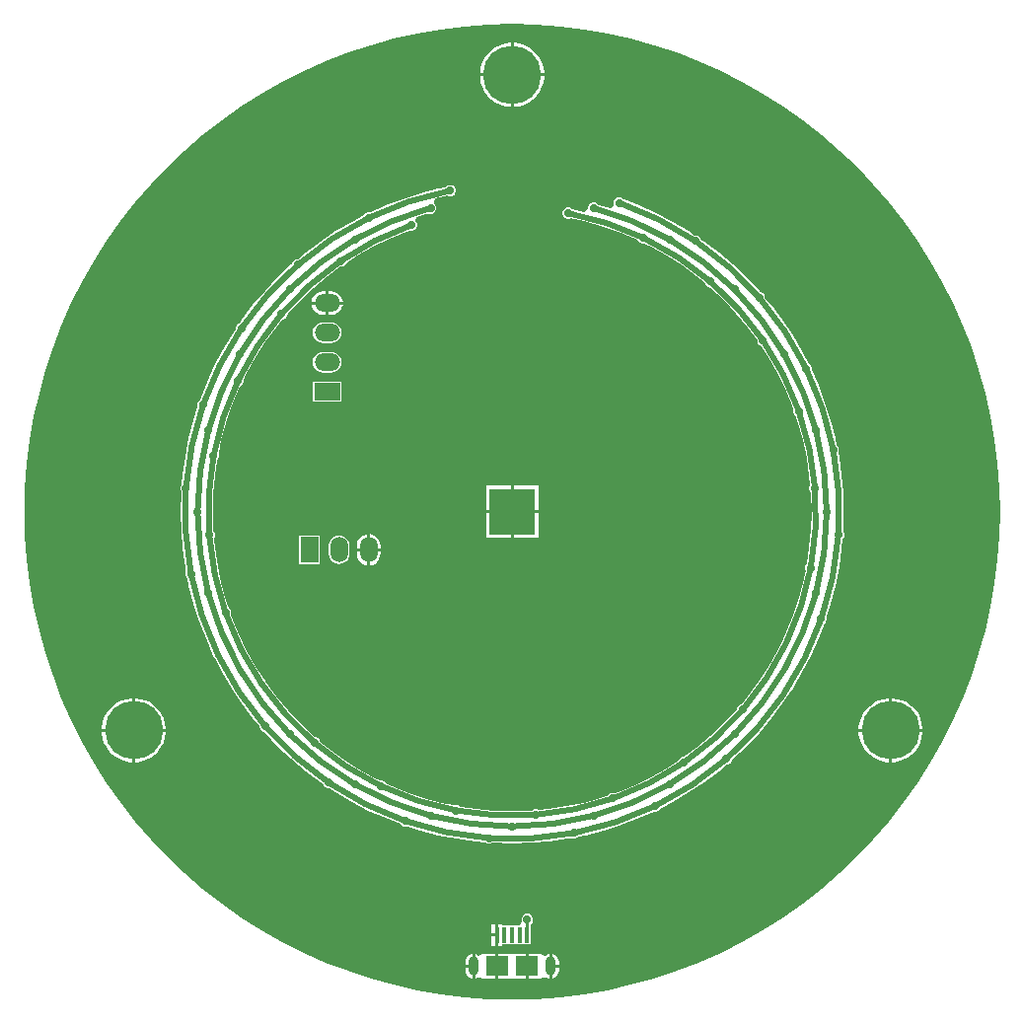
<source format=gbr>
%TF.GenerationSoftware,Altium Limited,Altium Designer,21.6.4 (81)*%
G04 Layer_Physical_Order=2*
G04 Layer_Color=16776960*
%FSLAX45Y45*%
%MOMM*%
%TF.SameCoordinates,213DF370-AA75-4346-93E6-04E6A5F56B15*%
%TF.FilePolarity,Positive*%
%TF.FileFunction,Copper,L2,Bot,Signal*%
%TF.Part,Single*%
G01*
G75*
%TA.AperFunction,Conductor*%
%ADD46C,0.50000*%
%TA.AperFunction,ComponentPad*%
G04:AMPARAMS|DCode=47|XSize=0.9mm|YSize=1.6mm|CornerRadius=0.45mm|HoleSize=0mm|Usage=FLASHONLY|Rotation=180.000|XOffset=0mm|YOffset=0mm|HoleType=Round|Shape=RoundedRectangle|*
%AMROUNDEDRECTD47*
21,1,0.90000,0.70000,0,0,180.0*
21,1,0.00000,1.60000,0,0,180.0*
1,1,0.90000,0.00000,0.35000*
1,1,0.90000,0.00000,0.35000*
1,1,0.90000,0.00000,-0.35000*
1,1,0.90000,0.00000,-0.35000*
%
%ADD47ROUNDEDRECTD47*%
%ADD48R,1.50000X2.20000*%
%ADD49O,1.50000X2.20000*%
%ADD50R,4.00000X4.00000*%
%ADD51O,2.20000X1.50000*%
%ADD52R,2.20000X1.50000*%
%ADD53C,5.00000*%
%TA.AperFunction,ViaPad*%
%ADD54C,0.72000*%
%TA.AperFunction,ConnectorPad*%
%ADD55R,1.90000X1.65100*%
%ADD56R,0.40000X1.35000*%
%TA.AperFunction,Conductor*%
%ADD57C,0.25400*%
G36*
X205398Y4180979D02*
X410302Y4165864D01*
X614217Y4140714D01*
X816652Y4105588D01*
X1017120Y4060571D01*
X1215138Y4005772D01*
X1410228Y3941323D01*
X1601921Y3867379D01*
X1789755Y3784118D01*
X1973276Y3691741D01*
X2152045Y3590470D01*
X2325629Y3480549D01*
X2493610Y3362243D01*
X2655583Y3235838D01*
X2811160Y3101637D01*
X2959964Y2959964D01*
X3101637Y2811160D01*
X3235838Y2655583D01*
X3362243Y2493610D01*
X3480549Y2325629D01*
X3590470Y2152045D01*
X3691741Y1973276D01*
X3784118Y1789755D01*
X3867379Y1601921D01*
X3941323Y1410228D01*
X4005772Y1215138D01*
X4060571Y1017120D01*
X4105588Y816652D01*
X4140714Y614217D01*
X4165864Y410302D01*
X4180979Y205398D01*
X4186021Y0D01*
X4180979Y-205398D01*
X4165864Y-410302D01*
X4140714Y-614217D01*
X4105588Y-816652D01*
X4060571Y-1017120D01*
X4005772Y-1215138D01*
X3941323Y-1410228D01*
X3867379Y-1601921D01*
X3784118Y-1789755D01*
X3691741Y-1973276D01*
X3590470Y-2152045D01*
X3480549Y-2325629D01*
X3362243Y-2493610D01*
X3235838Y-2655583D01*
X3101637Y-2811160D01*
X2959964Y-2959964D01*
X2811160Y-3101637D01*
X2655583Y-3235838D01*
X2493610Y-3362243D01*
X2325629Y-3480549D01*
X2152045Y-3590470D01*
X1973276Y-3691741D01*
X1789755Y-3784118D01*
X1601921Y-3867379D01*
X1410228Y-3941323D01*
X1215138Y-4005772D01*
X1017120Y-4060571D01*
X816652Y-4105588D01*
X614217Y-4140714D01*
X410302Y-4165864D01*
X205398Y-4180979D01*
X0Y-4186021D01*
X-205398Y-4180979D01*
X-410302Y-4165864D01*
X-614217Y-4140714D01*
X-816652Y-4105588D01*
X-1017120Y-4060571D01*
X-1215138Y-4005772D01*
X-1410228Y-3941323D01*
X-1601921Y-3867379D01*
X-1789755Y-3784118D01*
X-1973276Y-3691741D01*
X-2152045Y-3590470D01*
X-2325629Y-3480549D01*
X-2493610Y-3362243D01*
X-2655583Y-3235838D01*
X-2811160Y-3101637D01*
X-2959964Y-2959964D01*
X-3101637Y-2811160D01*
X-3235838Y-2655583D01*
X-3362243Y-2493610D01*
X-3480549Y-2325629D01*
X-3590470Y-2152045D01*
X-3691741Y-1973276D01*
X-3784118Y-1789755D01*
X-3867379Y-1601921D01*
X-3941323Y-1410228D01*
X-4005772Y-1215138D01*
X-4060571Y-1017120D01*
X-4105588Y-816652D01*
X-4140714Y-614217D01*
X-4165864Y-410302D01*
X-4180979Y-205398D01*
X-4186021Y0D01*
X-4180979Y205398D01*
X-4165864Y410302D01*
X-4140714Y614217D01*
X-4105588Y816652D01*
X-4060571Y1017120D01*
X-4005772Y1215138D01*
X-3941323Y1410228D01*
X-3867379Y1601921D01*
X-3784118Y1789755D01*
X-3691741Y1973276D01*
X-3590470Y2152045D01*
X-3480549Y2325629D01*
X-3362243Y2493610D01*
X-3235838Y2655583D01*
X-3101637Y2811160D01*
X-2959964Y2959964D01*
X-2811160Y3101637D01*
X-2655583Y3235838D01*
X-2493610Y3362243D01*
X-2325629Y3480549D01*
X-2152045Y3590470D01*
X-1973276Y3691741D01*
X-1789755Y3784118D01*
X-1601921Y3867379D01*
X-1410228Y3941323D01*
X-1215138Y4005772D01*
X-1017120Y4060571D01*
X-816652Y4105588D01*
X-614217Y4140714D01*
X-410302Y4165864D01*
X-205398Y4180979D01*
X0Y4186021D01*
X205398Y4180979D01*
D02*
G37*
%LPC*%
G36*
X21675Y4025397D02*
X12700D01*
Y3762698D01*
X275400D01*
Y3771671D01*
X268619Y3814486D01*
X255223Y3855713D01*
X235543Y3894338D01*
X210063Y3929408D01*
X179411Y3960060D01*
X144341Y3985540D01*
X105717Y4005220D01*
X64490Y4018615D01*
X21675Y4025397D01*
D02*
G37*
G36*
X-12700D02*
X-21675D01*
X-64490Y4018615D01*
X-105717Y4005220D01*
X-144341Y3985540D01*
X-179411Y3960060D01*
X-210063Y3929408D01*
X-235543Y3894338D01*
X-255223Y3855713D01*
X-268619Y3814486D01*
X-275400Y3771671D01*
Y3762698D01*
X-12700D01*
Y4025397D01*
D02*
G37*
G36*
X275400Y3737298D02*
X12700D01*
Y3474597D01*
X21675D01*
X64490Y3481378D01*
X105717Y3494773D01*
X144341Y3514453D01*
X179411Y3539933D01*
X210063Y3570585D01*
X235543Y3605655D01*
X255223Y3644280D01*
X268619Y3685507D01*
X275400Y3728322D01*
Y3737298D01*
D02*
G37*
G36*
X-12700D02*
X-275400D01*
Y3728322D01*
X-268619Y3685507D01*
X-255223Y3644280D01*
X-235543Y3605655D01*
X-210063Y3570585D01*
X-179411Y3539933D01*
X-144341Y3514453D01*
X-105717Y3494773D01*
X-64490Y3481378D01*
X-21675Y3474597D01*
X-12700D01*
Y3737298D01*
D02*
G37*
G36*
X-521820Y2805053D02*
X-541194D01*
X-559093Y2797639D01*
X-569436Y2787296D01*
X-633283Y2774596D01*
X-787860Y2734723D01*
X-939958Y2686245D01*
X-1089098Y2629315D01*
X-1215327Y2572831D01*
X-1217106Y2573568D01*
X-1236480D01*
X-1254380Y2566154D01*
X-1268079Y2552455D01*
X-1270993Y2545421D01*
X-1376640Y2490842D01*
X-1514137Y2409735D01*
X-1646870Y2321046D01*
X-1774421Y2225053D01*
X-1839596Y2170018D01*
X-1848162D01*
X-1866062Y2162604D01*
X-1879761Y2148904D01*
X-1887175Y2131005D01*
Y2129841D01*
X-1896389Y2122061D01*
X-2012391Y2012391D01*
X-2122061Y1896389D01*
X-2225053Y1774421D01*
X-2321046Y1646870D01*
X-2338941Y1620087D01*
X-2352455Y1614489D01*
X-2366154Y1600790D01*
X-2373568Y1582891D01*
Y1568264D01*
X-2409735Y1514137D01*
X-2490842Y1376640D01*
X-2564112Y1234812D01*
X-2629315Y1089098D01*
X-2678632Y959901D01*
X-2680412Y959163D01*
X-2694111Y945464D01*
X-2701525Y927565D01*
Y908191D01*
X-2698612Y901157D01*
X-2734723Y787860D01*
X-2774596Y633283D01*
X-2805740Y476714D01*
X-2828055Y318645D01*
X-2835225Y233647D01*
X-2841286Y227586D01*
X-2848700Y209687D01*
Y190313D01*
X-2841286Y172414D01*
X-2840459Y171588D01*
X-2841473Y159574D01*
X-2845950Y0D01*
X-2841473Y-159574D01*
X-2828055Y-318645D01*
X-2805740Y-476714D01*
X-2799455Y-508307D01*
X-2805053Y-521820D01*
Y-541194D01*
X-2797639Y-559093D01*
X-2787296Y-569436D01*
X-2774596Y-633283D01*
X-2734723Y-787860D01*
X-2686245Y-939958D01*
X-2629315Y-1089098D01*
X-2564112Y-1234812D01*
X-2559550Y-1243644D01*
X-2543336Y-1275028D01*
X-2490842Y-1376640D01*
X-2409735Y-1514137D01*
X-2321046Y-1646870D01*
X-2225053Y-1774421D01*
X-2170018Y-1839596D01*
Y-1848162D01*
X-2162604Y-1866062D01*
X-2148904Y-1879761D01*
X-2131005Y-1887175D01*
X-2129841D01*
X-2122061Y-1896389D01*
X-2012391Y-2012391D01*
X-1896389Y-2122061D01*
X-1774421Y-2225053D01*
X-1646870Y-2321046D01*
X-1620087Y-2338941D01*
X-1614489Y-2352455D01*
X-1600790Y-2366154D01*
X-1582891Y-2373568D01*
X-1568264D01*
X-1514137Y-2409735D01*
X-1376640Y-2490842D01*
X-1234812Y-2564112D01*
X-1089098Y-2629315D01*
X-959901Y-2678632D01*
X-959163Y-2680412D01*
X-945464Y-2694111D01*
X-927565Y-2701525D01*
X-908191D01*
X-901157Y-2698612D01*
X-787860Y-2734723D01*
X-633283Y-2774596D01*
X-476714Y-2805740D01*
X-318645Y-2828055D01*
X-233644Y-2835225D01*
X-227586Y-2841283D01*
X-209687Y-2848697D01*
X-190313D01*
X-172414Y-2841283D01*
X-171591Y-2840459D01*
X-159574Y-2841473D01*
X0Y-2845950D01*
X159574Y-2841473D01*
X318645Y-2828055D01*
X476714Y-2805740D01*
X508307Y-2799455D01*
X521820Y-2805053D01*
X541194D01*
X559093Y-2797639D01*
X569436Y-2787296D01*
X633283Y-2774596D01*
X787860Y-2734723D01*
X939958Y-2686245D01*
X1089098Y-2629315D01*
X1215327Y-2572831D01*
X1217106Y-2573568D01*
X1236480D01*
X1254380Y-2566154D01*
X1268079Y-2552455D01*
X1270993Y-2545421D01*
X1376640Y-2490842D01*
X1514137Y-2409735D01*
X1646870Y-2321046D01*
X1774421Y-2225053D01*
X1839596Y-2170018D01*
X1848162D01*
X1866062Y-2162604D01*
X1879761Y-2148904D01*
X1887175Y-2131005D01*
Y-2129841D01*
X1896389Y-2122061D01*
X2012391Y-2012391D01*
X2122061Y-1896389D01*
X2225053Y-1774421D01*
X2321046Y-1646870D01*
X2356132Y-1594359D01*
X2409735Y-1514137D01*
X2490842Y-1376640D01*
X2564112Y-1234812D01*
X2629315Y-1089098D01*
X2678632Y-959901D01*
X2680412Y-959163D01*
X2694111Y-945464D01*
X2701525Y-927565D01*
Y-908191D01*
X2698612Y-901157D01*
X2734723Y-787860D01*
X2774596Y-633283D01*
X2805740Y-476714D01*
X2828055Y-318645D01*
X2835225Y-233647D01*
X2841286Y-227586D01*
X2848700Y-209687D01*
Y-190313D01*
X2841286Y-172414D01*
X2840459Y-171588D01*
X2841473Y-159574D01*
X2845950Y0D01*
X2841473Y159574D01*
X2828055Y318645D01*
X2805740Y476714D01*
X2799455Y508307D01*
X2805053Y521820D01*
Y541194D01*
X2797639Y559093D01*
X2787296Y569436D01*
X2774596Y633283D01*
X2734723Y787860D01*
X2686245Y939958D01*
X2629315Y1089098D01*
X2572831Y1215327D01*
X2573568Y1217106D01*
Y1236480D01*
X2566154Y1254380D01*
X2552455Y1268079D01*
X2545421Y1270993D01*
X2490842Y1376640D01*
X2409735Y1514137D01*
X2321046Y1646870D01*
X2225053Y1774421D01*
X2170018Y1839596D01*
Y1848162D01*
X2162604Y1866062D01*
X2148904Y1879761D01*
X2131005Y1887175D01*
X2129841D01*
X2122061Y1896389D01*
X2012391Y2012391D01*
X1896389Y2122061D01*
X1774421Y2225053D01*
X1646870Y2321046D01*
X1620087Y2338941D01*
X1614489Y2352455D01*
X1600790Y2366154D01*
X1582891Y2373568D01*
X1568264D01*
X1514137Y2409735D01*
X1376640Y2490842D01*
X1234812Y2564112D01*
X1089098Y2629315D01*
X959901Y2678632D01*
X959164Y2680412D01*
X945464Y2694111D01*
X927565Y2701525D01*
X908191D01*
X890292Y2694111D01*
X876592Y2680412D01*
X869178Y2662513D01*
Y2643138D01*
X872394Y2635375D01*
X851346Y2606589D01*
X847419Y2603688D01*
X814845Y2614929D01*
X739842Y2635838D01*
X726397Y2649282D01*
X708498Y2656696D01*
X689124D01*
X671225Y2649282D01*
X657525Y2635583D01*
X650111Y2617684D01*
Y2604567D01*
X646503Y2597048D01*
X638800Y2588833D01*
X619497Y2572659D01*
X517156Y2594628D01*
X507330Y2604454D01*
X489431Y2611869D01*
X470056D01*
X452157Y2604454D01*
X438458Y2590755D01*
X431044Y2572856D01*
Y2553482D01*
X438458Y2535582D01*
X452157Y2521883D01*
X470056Y2514469D01*
X489431D01*
X501665Y2519536D01*
X615013Y2495205D01*
X764547Y2453519D01*
X911292Y2402881D01*
X1054712Y2343474D01*
X1083223Y2329592D01*
X1085507Y2324077D01*
X1099207Y2310378D01*
X1117106Y2302964D01*
X1136480D01*
X1137254Y2303284D01*
X1194283Y2275517D01*
X1329497Y2199256D01*
X1459859Y2114971D01*
X1584894Y2022968D01*
X1648436Y1970012D01*
X1655768Y1952311D01*
X1669468Y1938612D01*
X1687367Y1931198D01*
X1695010D01*
X1704146Y1923584D01*
X1817180Y1817180D01*
X1923584Y1704146D01*
X2022968Y1584894D01*
X2102964Y1476177D01*
Y1463517D01*
X2110378Y1445618D01*
X2124077Y1431919D01*
X2136312Y1426851D01*
X2199256Y1329497D01*
X2275517Y1194283D01*
X2343474Y1054712D01*
X2402881Y911292D01*
X2413225Y881316D01*
X2410941Y875802D01*
Y856428D01*
X2418355Y838528D01*
X2432054Y824829D01*
X2432828Y824509D01*
X2453519Y764547D01*
X2495205Y615013D01*
X2527786Y463234D01*
X2551144Y309765D01*
X2558630Y227382D01*
X2551300Y209688D01*
Y190314D01*
X2558715Y172414D01*
X2564116Y167013D01*
X2565192Y155166D01*
X2569881Y0D01*
X2565192Y-155166D01*
X2551144Y-309765D01*
X2530834Y-443205D01*
X2521882Y-452157D01*
X2514468Y-470056D01*
Y-489431D01*
X2519536Y-501666D01*
X2495205Y-615013D01*
X2453519Y-764547D01*
X2402881Y-911292D01*
X2343474Y-1054712D01*
X2316566Y-1109976D01*
D01*
X2299931Y-1144142D01*
X2275517Y-1194283D01*
X2199256Y-1329497D01*
X2114971Y-1459859D01*
X2022968Y-1584894D01*
X1970012Y-1648436D01*
X1952311Y-1655768D01*
X1938611Y-1669468D01*
X1931197Y-1687367D01*
Y-1695011D01*
X1923584Y-1704146D01*
X1817180Y-1817180D01*
X1704146Y-1923584D01*
X1584894Y-2022968D01*
X1476177Y-2102964D01*
X1463517D01*
X1445618Y-2110378D01*
X1431918Y-2124077D01*
X1426850Y-2136312D01*
X1329497Y-2199256D01*
X1194283Y-2275517D01*
X1054712Y-2343474D01*
X911292Y-2402881D01*
X881316Y-2413225D01*
X875801Y-2410940D01*
X856427D01*
X838528Y-2418355D01*
X824829Y-2432054D01*
X824508Y-2432828D01*
X764547Y-2453519D01*
X615013Y-2495205D01*
X463234Y-2527786D01*
X309765Y-2551144D01*
X227388Y-2558629D01*
X209687Y-2551297D01*
X190313D01*
X172414Y-2558712D01*
X167009Y-2564116D01*
X155166Y-2565192D01*
X0Y-2569881D01*
X-155166Y-2565192D01*
X-309765Y-2551144D01*
X-443206Y-2530834D01*
X-452157Y-2521883D01*
X-470056Y-2514468D01*
X-489431D01*
X-501665Y-2519536D01*
X-615013Y-2495205D01*
X-764547Y-2453519D01*
X-911292Y-2402881D01*
X-1054712Y-2343474D01*
X-1083223Y-2329592D01*
X-1085507Y-2324077D01*
X-1099207Y-2310378D01*
X-1117106Y-2302964D01*
X-1136480D01*
X-1137254Y-2303284D01*
X-1194283Y-2275517D01*
X-1329497Y-2199256D01*
X-1459859Y-2114971D01*
X-1584894Y-2022968D01*
X-1648436Y-1970013D01*
X-1655768Y-1952311D01*
X-1669468Y-1938611D01*
X-1687367Y-1931197D01*
X-1695011D01*
X-1704146Y-1923584D01*
X-1817180Y-1817180D01*
X-1923584Y-1704146D01*
X-2022968Y-1584894D01*
X-2114971Y-1459859D01*
X-2120249Y-1451695D01*
X-2199256Y-1329497D01*
X-2275517Y-1194283D01*
X-2343474Y-1054712D01*
X-2402881Y-911292D01*
X-2413225Y-881316D01*
X-2410940Y-875801D01*
Y-856427D01*
X-2418355Y-838528D01*
X-2432054Y-824828D01*
X-2432828Y-824508D01*
X-2453519Y-764547D01*
X-2495205Y-615013D01*
X-2527786Y-463234D01*
X-2551144Y-309765D01*
X-2558630Y-227382D01*
X-2551301Y-209687D01*
Y-190313D01*
X-2558715Y-172414D01*
X-2564116Y-167013D01*
X-2565192Y-155166D01*
X-2569881Y0D01*
X-2565192Y155166D01*
X-2551144Y309765D01*
X-2530834Y443206D01*
X-2521883Y452157D01*
X-2514469Y470056D01*
Y489431D01*
X-2519536Y501665D01*
X-2495205Y615013D01*
X-2453519Y764547D01*
X-2402881Y911292D01*
X-2343474Y1054712D01*
X-2329592Y1083224D01*
X-2324078Y1085508D01*
X-2310378Y1099207D01*
X-2302964Y1117106D01*
Y1136481D01*
X-2303284Y1137254D01*
X-2275517Y1194283D01*
X-2199256Y1329497D01*
X-2114971Y1459859D01*
X-2022968Y1584894D01*
X-1970012Y1648437D01*
X-1952311Y1655769D01*
X-1938612Y1669468D01*
X-1931198Y1687367D01*
Y1695010D01*
X-1923584Y1704146D01*
X-1817180Y1817180D01*
X-1704146Y1923584D01*
X-1584894Y2022968D01*
X-1476177Y2102964D01*
X-1463517D01*
X-1445618Y2110378D01*
X-1431919Y2124078D01*
X-1426851Y2136312D01*
X-1329497Y2199256D01*
X-1194283Y2275517D01*
X-1054712Y2343474D01*
X-911292Y2402881D01*
X-881316Y2413225D01*
X-875802Y2410941D01*
X-856428D01*
X-838528Y2418355D01*
X-824829Y2432055D01*
X-817415Y2449954D01*
Y2469328D01*
X-824829Y2487227D01*
X-826944Y2489342D01*
X-821162Y2529968D01*
X-819900Y2532078D01*
X-792025Y2541697D01*
X-716702Y2562695D01*
X-708498Y2559297D01*
X-689124D01*
X-671224Y2566711D01*
X-657525Y2580410D01*
X-650111Y2598310D01*
Y2617684D01*
X-657525Y2635583D01*
X-669470Y2647528D01*
X-669664Y2659981D01*
X-665554Y2688173D01*
X-662767Y2688950D01*
X-552951Y2712523D01*
X-541194Y2707653D01*
X-521820D01*
X-503921Y2715067D01*
X-490222Y2728767D01*
X-482807Y2746666D01*
Y2766040D01*
X-490222Y2783939D01*
X-503921Y2797639D01*
X-521820Y2805053D01*
D02*
G37*
G36*
X-1552499Y1894506D02*
X-1574800D01*
Y1805941D01*
X-1452905D01*
X-1454684Y1819450D01*
X-1464800Y1843873D01*
X-1480893Y1864846D01*
X-1501866Y1880939D01*
X-1526290Y1891056D01*
X-1552499Y1894506D01*
D02*
G37*
G36*
X-1600200D02*
X-1622500D01*
X-1648709Y1891056D01*
X-1673133Y1880939D01*
X-1694106Y1864846D01*
X-1710199Y1843873D01*
X-1720315Y1819450D01*
X-1722094Y1805941D01*
X-1600200D01*
Y1894506D01*
D02*
G37*
G36*
X-1452905Y1780541D02*
X-1574800D01*
Y1691974D01*
X-1552499D01*
X-1526290Y1695424D01*
X-1501866Y1705541D01*
X-1480893Y1721634D01*
X-1464800Y1742607D01*
X-1454684Y1767030D01*
X-1452905Y1780541D01*
D02*
G37*
G36*
X-1600200D02*
X-1722094D01*
X-1720315Y1767030D01*
X-1710199Y1742607D01*
X-1694106Y1721634D01*
X-1673133Y1705541D01*
X-1648709Y1695424D01*
X-1622500Y1691974D01*
X-1600200D01*
Y1780541D01*
D02*
G37*
G36*
X-1552500Y1627697D02*
X-1622500D01*
X-1645394Y1624683D01*
X-1666728Y1615846D01*
X-1685048Y1601789D01*
X-1699106Y1583469D01*
X-1707943Y1562135D01*
X-1710957Y1539241D01*
X-1707943Y1516346D01*
X-1699106Y1495012D01*
X-1685048Y1476692D01*
X-1666728Y1462635D01*
X-1645394Y1453798D01*
X-1622500Y1450784D01*
X-1552500D01*
X-1529606Y1453798D01*
X-1508272Y1462635D01*
X-1489952Y1476692D01*
X-1475894Y1495012D01*
X-1467057Y1516346D01*
X-1464043Y1539241D01*
X-1467057Y1562135D01*
X-1475894Y1583469D01*
X-1489952Y1601789D01*
X-1508272Y1615846D01*
X-1529606Y1624683D01*
X-1552500Y1627697D01*
D02*
G37*
G36*
Y1373697D02*
X-1622500D01*
X-1645394Y1370683D01*
X-1666728Y1361846D01*
X-1685048Y1347788D01*
X-1699106Y1329468D01*
X-1707943Y1308134D01*
X-1710957Y1285240D01*
X-1707943Y1262346D01*
X-1699106Y1241012D01*
X-1685048Y1222692D01*
X-1666728Y1208634D01*
X-1645394Y1199797D01*
X-1622500Y1196783D01*
X-1552500D01*
X-1529606Y1199797D01*
X-1508272Y1208634D01*
X-1489952Y1222692D01*
X-1475894Y1241012D01*
X-1467057Y1262346D01*
X-1464043Y1285240D01*
X-1467057Y1308134D01*
X-1475894Y1329468D01*
X-1489952Y1347788D01*
X-1508272Y1361846D01*
X-1529606Y1370683D01*
X-1552500Y1373697D01*
D02*
G37*
G36*
X-1464800Y1118940D02*
X-1710200D01*
Y943540D01*
X-1464800D01*
Y1118940D01*
D02*
G37*
G36*
X225400Y225400D02*
X12700D01*
Y12700D01*
X225400D01*
Y225400D01*
D02*
G37*
G36*
X-12700D02*
X-225400D01*
Y12700D01*
X-12700D01*
Y225400D01*
D02*
G37*
G36*
X225400Y-12700D02*
X12700D01*
Y-225400D01*
X225400D01*
Y-12700D01*
D02*
G37*
G36*
X-12700D02*
X-225400D01*
Y-225400D01*
X-12700D01*
Y-12700D01*
D02*
G37*
G36*
X-1219200Y-190526D02*
Y-312420D01*
X-1130634D01*
Y-290120D01*
X-1134084Y-263910D01*
X-1144201Y-239487D01*
X-1160294Y-218514D01*
X-1181267Y-202421D01*
X-1205690Y-192304D01*
X-1219200Y-190526D01*
D02*
G37*
G36*
X-1244600D02*
X-1258110Y-192304D01*
X-1282533Y-202421D01*
X-1303506Y-218514D01*
X-1319599Y-239487D01*
X-1329716Y-263910D01*
X-1333166Y-290120D01*
Y-312420D01*
X-1244600D01*
Y-190526D01*
D02*
G37*
G36*
X-1652202Y-202422D02*
X-1827601D01*
Y-447822D01*
X-1652202D01*
Y-202422D01*
D02*
G37*
G36*
X-1485901Y-201664D02*
X-1508795Y-204678D01*
X-1530129Y-213515D01*
X-1548449Y-227573D01*
X-1562506Y-245893D01*
X-1571343Y-267227D01*
X-1574357Y-290121D01*
Y-360121D01*
X-1571343Y-383015D01*
X-1562506Y-404349D01*
X-1548449Y-422669D01*
X-1530129Y-436727D01*
X-1508795Y-445564D01*
X-1485901Y-448578D01*
X-1463006Y-445564D01*
X-1441673Y-436727D01*
X-1423353Y-422669D01*
X-1409295Y-404349D01*
X-1400458Y-383015D01*
X-1397444Y-360121D01*
Y-290121D01*
X-1400458Y-267227D01*
X-1409295Y-245893D01*
X-1423353Y-227573D01*
X-1441673Y-213515D01*
X-1463006Y-204678D01*
X-1485901Y-201664D01*
D02*
G37*
G36*
X-1130634Y-337820D02*
X-1219200D01*
Y-459714D01*
X-1205690Y-457936D01*
X-1181267Y-447819D01*
X-1160294Y-431726D01*
X-1144201Y-410753D01*
X-1134084Y-386330D01*
X-1130634Y-360120D01*
Y-337820D01*
D02*
G37*
G36*
X-1244600D02*
X-1333166D01*
Y-360120D01*
X-1329716Y-386330D01*
X-1319599Y-410753D01*
X-1303506Y-431726D01*
X-1282533Y-447819D01*
X-1258110Y-457936D01*
X-1244600Y-459714D01*
Y-337820D01*
D02*
G37*
G36*
X3234892Y-1599598D02*
X3225918D01*
X3183103Y-1606380D01*
X3141876Y-1619775D01*
X3103251Y-1639455D01*
X3068181Y-1664935D01*
X3037529Y-1695587D01*
X3012049Y-1730657D01*
X2992369Y-1769281D01*
X2978973Y-1810508D01*
X2972192Y-1853323D01*
Y-1862299D01*
X3234892Y-1862299D01*
X3234892Y-1599598D01*
D02*
G37*
G36*
X-3225918D02*
X-3234892D01*
X-3234892Y-1862299D01*
X-2972192Y-1862299D01*
Y-1853323D01*
X-2978973Y-1810508D01*
X-2992369Y-1769281D01*
X-3012049Y-1730657D01*
X-3037529Y-1695587D01*
X-3068181Y-1664935D01*
X-3103251Y-1639455D01*
X-3141876Y-1619775D01*
X-3183103Y-1606380D01*
X-3225918Y-1599598D01*
D02*
G37*
G36*
X-3260292D02*
X-3269267D01*
X-3312082Y-1606380D01*
X-3353309Y-1619775D01*
X-3391933Y-1639455D01*
X-3427003Y-1664935D01*
X-3457656Y-1695587D01*
X-3483136Y-1730657D01*
X-3502815Y-1769282D01*
X-3516211Y-1810509D01*
X-3522992Y-1853324D01*
Y-1862299D01*
X-3260292Y-1862299D01*
X-3260292Y-1599598D01*
D02*
G37*
G36*
X3269267D02*
X3260292D01*
X3260292Y-1862299D01*
X3522992Y-1862299D01*
Y-1853324D01*
X3516211Y-1810509D01*
X3502815Y-1769282D01*
X3483136Y-1730657D01*
X3457656Y-1695587D01*
X3427004Y-1664935D01*
X3391934Y-1639455D01*
X3353309Y-1619775D01*
X3312082Y-1606380D01*
X3269267Y-1599598D01*
D02*
G37*
G36*
X3260292Y-1887699D02*
X3260292Y-2150398D01*
X3269267D01*
X3312082Y-2143617D01*
X3353309Y-2130222D01*
X3391933Y-2110542D01*
X3427003Y-2085062D01*
X3457656Y-2054410D01*
X3483136Y-2019340D01*
X3502815Y-1980715D01*
X3516211Y-1939488D01*
X3522992Y-1896673D01*
Y-1887699D01*
X3260292Y-1887699D01*
D02*
G37*
G36*
X2972192Y-1887699D02*
Y-1896673D01*
X2978973Y-1939488D01*
X2992369Y-1980715D01*
X3012049Y-2019339D01*
X3037529Y-2054409D01*
X3068181Y-2085062D01*
X3103251Y-2110542D01*
X3141875Y-2130222D01*
X3183102Y-2143617D01*
X3225917Y-2150398D01*
X3234892D01*
X3234892Y-1887699D01*
X2972192Y-1887699D01*
D02*
G37*
G36*
X-2972192D02*
X-3234892Y-1887699D01*
X-3234892Y-2150398D01*
X-3225917D01*
X-3183102Y-2143617D01*
X-3141875Y-2130222D01*
X-3103251Y-2110542D01*
X-3068181Y-2085062D01*
X-3037529Y-2054409D01*
X-3012049Y-2019339D01*
X-2992369Y-1980715D01*
X-2978973Y-1939488D01*
X-2972192Y-1896673D01*
Y-1887699D01*
D02*
G37*
G36*
X-3260292Y-1887699D02*
X-3522992Y-1887699D01*
Y-1896673D01*
X-3516211Y-1939488D01*
X-3502815Y-1980715D01*
X-3483136Y-2019339D01*
X-3457656Y-2054409D01*
X-3427003Y-2085062D01*
X-3391933Y-2110542D01*
X-3353309Y-2130222D01*
X-3312082Y-2143617D01*
X-3269267Y-2150398D01*
X-3260292D01*
X-3260292Y-1887699D01*
D02*
G37*
G36*
X139687Y-3451300D02*
X120313D01*
X102414Y-3458714D01*
X88714Y-3472414D01*
X81300Y-3490313D01*
Y-3509687D01*
X83169Y-3514199D01*
X65977Y-3547753D01*
X60851Y-3552300D01*
X-84600D01*
Y-3539600D01*
X-117300D01*
Y-3632500D01*
Y-3725400D01*
X-84600D01*
Y-3712700D01*
X97300D01*
Y-3712700D01*
X162700D01*
Y-3552300D01*
X162700Y-3552300D01*
X174761Y-3519196D01*
X178700Y-3509687D01*
Y-3490313D01*
X171286Y-3472414D01*
X157586Y-3458714D01*
X139687Y-3451300D01*
D02*
G37*
G36*
X-142700Y-3539600D02*
X-175400D01*
Y-3619800D01*
X-142700D01*
Y-3539600D01*
D02*
G37*
G36*
Y-3645200D02*
X-175400D01*
Y-3725400D01*
X-142700D01*
Y-3645200D01*
D02*
G37*
G36*
X6600Y-3792050D02*
X-31500Y-3792050D01*
X-117301D01*
Y-3900000D01*
Y-4007950D01*
X-31500D01*
X-9600Y-4007950D01*
X28500Y-4007950D01*
X114300D01*
Y-3900000D01*
Y-3792050D01*
X28500D01*
X6600Y-3792050D01*
D02*
G37*
G36*
X-250400Y-3792050D02*
X-250401Y-3792051D01*
X-257820Y-3797791D01*
X-288500Y-3808107D01*
X-294496Y-3803506D01*
X-311622Y-3796412D01*
X-317300Y-3795665D01*
Y-3900000D01*
Y-4004335D01*
X-311622Y-4003588D01*
X-294496Y-3996494D01*
X-288500Y-3991893D01*
X-257820Y-4002209D01*
X-250401Y-4007949D01*
X-250400Y-4007950D01*
X-249215Y-4007950D01*
X-142701D01*
Y-3900000D01*
Y-3792050D01*
X-249215D01*
X-250400Y-3792050D01*
D02*
G37*
G36*
X342700Y-3795665D02*
Y-3887300D01*
X401008D01*
Y-3865000D01*
X398588Y-3846622D01*
X391494Y-3829497D01*
X380210Y-3814790D01*
X365504Y-3803506D01*
X348378Y-3796412D01*
X342700Y-3795665D01*
D02*
G37*
G36*
X-342700D02*
X-348378Y-3796412D01*
X-365504Y-3803506D01*
X-380210Y-3814790D01*
X-391494Y-3829497D01*
X-398588Y-3846622D01*
X-401008Y-3865000D01*
Y-3887300D01*
X-342700D01*
Y-3795665D01*
D02*
G37*
G36*
X139700Y-3792050D02*
Y-3900000D01*
Y-4007950D01*
X247400D01*
Y-4005584D01*
X263879Y-3995219D01*
X285500Y-3989591D01*
X294496Y-3996494D01*
X311622Y-4003588D01*
X317300Y-4004335D01*
Y-3900000D01*
Y-3795665D01*
X311622Y-3796412D01*
X294496Y-3803506D01*
X285500Y-3810409D01*
X263879Y-3804782D01*
X247400Y-3794416D01*
Y-3792050D01*
X139700D01*
D02*
G37*
G36*
X401008Y-3912700D02*
X342700D01*
Y-4004335D01*
X348378Y-4003588D01*
X365504Y-3996494D01*
X380210Y-3985210D01*
X391494Y-3970504D01*
X398588Y-3953378D01*
X401008Y-3935000D01*
Y-3912700D01*
D02*
G37*
G36*
X-342700D02*
X-401008D01*
Y-3935000D01*
X-398588Y-3953378D01*
X-391494Y-3970504D01*
X-380210Y-3985210D01*
X-365504Y-3996494D01*
X-348378Y-4003588D01*
X-342700Y-4004335D01*
Y-3912700D01*
D02*
G37*
%LPD*%
D46*
X1573204Y2324868D02*
G03*
X917878Y2652825I-1573204J-2324868D01*
G01*
X1349998Y2338266D02*
G03*
X698811Y2607997I-1349998J-2338266D01*
G01*
X1126793Y2351664D02*
G03*
X479743Y2563169I-1126793J-2351664D01*
G01*
X2121318Y1838475D02*
G03*
X1573203Y2324868I-2121318J-1838475D01*
G01*
X1909186Y1909186D02*
G03*
X1349998Y2338266I-1909186J-1909186D01*
G01*
X1697054Y1979898D02*
G03*
X1126793Y2351664I-1697054J-1979898D01*
G01*
X2524868Y1226793D02*
G03*
X2121318Y1838475I-2524868J-1226793D01*
G01*
X2338266Y1349998D02*
G03*
X1909186Y1909186I-2338266J-1349998D01*
G01*
X2151664Y1473204D02*
G03*
X1697054Y1979897I-2151664J-1473204D01*
G01*
X2756353Y531507D02*
G03*
X2524868Y1226793I-2756353J-531507D01*
G01*
X2607997Y698811D02*
G03*
X2338266Y1349998I-2607997J-698811D01*
G01*
X2459641Y866115D02*
G03*
X2151664Y1473204I-2459641J-866115D01*
G01*
X2799997Y-200000D02*
G03*
X2756353Y531507I-2799997J200000D01*
G01*
X2699997Y0D02*
G03*
X2607997Y698810I-2699997J0D01*
G01*
X2599998Y200001D02*
G03*
X2459641Y866115I-2599998J-200001D01*
G01*
X2652825Y-917878D02*
G03*
X2799997Y-200000I-2652825J917878D01*
G01*
X2607997Y-698810D02*
G03*
X2699997Y0I-2607997J698810D01*
G01*
X2563169Y-479743D02*
G03*
X2599998Y200001I-2563169J479743D01*
G01*
X2324868Y-1573204D02*
G03*
X2652825Y-917878I-2324868J1573204D01*
G01*
X2338266Y-1349998D02*
G03*
X2607997Y-698811I-2338266J1349998D01*
G01*
X2351664Y-1126793D02*
G03*
X2563169Y-479743I-2351664J1126793D01*
G01*
X1838475Y-2121318D02*
G03*
X2324868Y-1573203I-1838475J2121318D01*
G01*
X1909186Y-1909186D02*
G03*
X2338266Y-1349998I-1909186J1909186D01*
G01*
X1979898Y-1697054D02*
G03*
X2351664Y-1126793I-1979898J1697054D01*
G01*
X1226793Y-2524868D02*
G03*
X1838475Y-2121318I-1226793J2524868D01*
G01*
X1349998Y-2338266D02*
G03*
X1909186Y-1909186I-1349998J2338266D01*
G01*
X1473204Y-2151664D02*
G03*
X1979897Y-1697054I-1473204J2151664D01*
G01*
X531507Y-2756353D02*
G03*
X1226793Y-2524868I-531507J2756353D01*
G01*
X698811Y-2607997D02*
G03*
X1349998Y-2338266I-698811J2607997D01*
G01*
X866115Y-2459641D02*
G03*
X1473204Y-2151664I-866115J2459641D01*
G01*
X-200000Y-2799997D02*
G03*
X531507Y-2756353I200000J2799997D01*
G01*
X0Y-2699997D02*
G03*
X698810Y-2607997I0J2699997D01*
G01*
X200001Y-2599998D02*
G03*
X866115Y-2459641I-200001J2599998D01*
G01*
X-917878Y-2652825D02*
G03*
X-200000Y-2799997I917878J2652825D01*
G01*
X-698810Y-2607997D02*
G03*
X0Y-2699997I698810J2607997D01*
G01*
X-479743Y-2563169D02*
G03*
X200001Y-2599998I479743J2563169D01*
G01*
X-1573204Y-2324868D02*
G03*
X-917878Y-2652825I1573204J2324868D01*
G01*
X-1349998Y-2338266D02*
G03*
X-698811Y-2607997I1349998J2338266D01*
G01*
X-1126793Y-2351664D02*
G03*
X-479743Y-2563169I1126793J2351664D01*
G01*
X-2121318Y-1838475D02*
G03*
X-1573203Y-2324868I2121318J1838475D01*
G01*
X-1909186Y-1909186D02*
G03*
X-1349998Y-2338266I1909186J1909186D01*
G01*
X-1697054Y-1979898D02*
G03*
X-1126793Y-2351664I1697054J1979898D01*
G01*
X-2524868Y-1226793D02*
G03*
X-2121318Y-1838475I2524868J1226793D01*
G01*
X-2338266Y-1349998D02*
G03*
X-1909186Y-1909186I2338266J1349998D01*
G01*
X-2151664Y-1473204D02*
G03*
X-1697054Y-1979897I2151664J1473204D01*
G01*
X-2756353Y-531507D02*
G03*
X-2524868Y-1226793I2756353J531507D01*
G01*
X-2607997Y-698811D02*
G03*
X-2338266Y-1349998I2607997J698811D01*
G01*
X-2459641Y-866115D02*
G03*
X-2151664Y-1473204I2459641J866115D01*
G01*
X-2799997Y200000D02*
G03*
X-2756353Y-531507I2799997J-200000D01*
G01*
X-2699997Y0D02*
G03*
X-2607997Y-698810I2699997J0D01*
G01*
X-2599998Y-200001D02*
G03*
X-2459641Y-866115I2599998J200001D01*
G01*
X-2652825Y917878D02*
G03*
X-2799997Y200000I2652825J-917878D01*
G01*
X-2607997Y698810D02*
G03*
X-2699997Y0I2607997J-698810D01*
G01*
X-2563169Y479743D02*
G03*
X-2599998Y-200001I2563169J-479743D01*
G01*
X-2324868Y1573204D02*
G03*
X-2652825Y917878I2324868J-1573204D01*
G01*
X-2338266Y1349998D02*
G03*
X-2607997Y698811I2338266J-1349998D01*
G01*
X-2351664Y1126793D02*
G03*
X-2563169Y479743I2351664J-1126793D01*
G01*
X-1838475Y2121318D02*
G03*
X-2324868Y1573203I1838475J-2121318D01*
G01*
X-1909186Y1909186D02*
G03*
X-2338266Y1349998I1909186J-1909186D01*
G01*
X-1979898Y1697054D02*
G03*
X-2351664Y1126793I1979898J-1697054D01*
G01*
X-1226793Y2524868D02*
G03*
X-1838475Y2121318I1226793J-2524868D01*
G01*
X-1349998Y2338266D02*
G03*
X-1909186Y1909186I1349998J-2338266D01*
G01*
X-1473204Y2151664D02*
G03*
X-1979897Y1697054I1473204J-2151664D01*
G01*
X-866115Y2459641D02*
G03*
X-1473204Y2151664I866115J-2459641D01*
G01*
X-698811Y2607997D02*
G03*
X-1349998Y2338266I698811J-2607997D01*
G01*
X-531507Y2756353D02*
G03*
X-1226793Y2524868I531507J-2756353D01*
G01*
D47*
X330000Y-3900000D02*
D03*
X-330000D02*
D03*
D48*
X-1739902Y-325122D02*
D03*
D49*
X-1485901Y-325121D02*
D03*
X-1231900Y-325120D02*
D03*
D50*
X0Y0D02*
D03*
D51*
X-1587499Y1793240D02*
D03*
X-1587500Y1285240D02*
D03*
Y1539241D02*
D03*
D52*
X-1587500Y1031240D02*
D03*
D53*
X3247592Y-1874998D02*
D03*
X0Y3749997D02*
D03*
X-3247592Y-1874998D02*
D03*
D54*
X130000Y-3500000D02*
D03*
X1126793Y2351664D02*
D03*
X1349998Y2338266D02*
D03*
X1573204Y2324868D02*
D03*
X2563168Y-479744D02*
D03*
X2607997Y-698811D02*
D03*
X2652826Y-917878D02*
D03*
X1979897Y-1697054D02*
D03*
X1909186Y-1909186D02*
D03*
X1838475Y-2121318D02*
D03*
X1473204Y-2151663D02*
D03*
X1349998Y-2338266D02*
D03*
X1226793Y-2524868D02*
D03*
X200000Y-2599997D02*
D03*
X0Y-2699997D02*
D03*
X-200000Y-2799997D02*
D03*
X-479744Y-2563168D02*
D03*
X-698811Y-2607997D02*
D03*
X-917878Y-2652826D02*
D03*
X-1126793Y-2351664D02*
D03*
X-2600001Y-200000D02*
D03*
X-2700000Y0D02*
D03*
X-2800000Y200000D02*
D03*
X-1473204Y2151664D02*
D03*
X-1349998Y2338266D02*
D03*
X-1226793Y2524868D02*
D03*
X-2563169Y479744D02*
D03*
X-2607997Y698811D02*
D03*
X-2652826Y917878D02*
D03*
X-2324868Y1573204D02*
D03*
X-2338266Y1349998D02*
D03*
X-2351664Y1126794D02*
D03*
X-531507Y2756353D02*
D03*
X-698811Y2607997D02*
D03*
X-1838475Y2121318D02*
D03*
X-1909186Y1909186D02*
D03*
X-1979897Y1697054D02*
D03*
X-866115Y2459641D02*
D03*
X917878Y2652826D02*
D03*
X698811Y2607997D02*
D03*
X479744Y2563169D02*
D03*
X2121318Y1838475D02*
D03*
X1909186Y1909186D02*
D03*
X1697054Y1979897D02*
D03*
X2524868Y1226793D02*
D03*
X2338266Y1349998D02*
D03*
X2151663Y1473204D02*
D03*
X2756353Y531507D02*
D03*
X2607997Y698811D02*
D03*
X2459640Y866115D02*
D03*
X2800000Y-200000D02*
D03*
X2700000Y0D02*
D03*
X2600000Y200001D02*
D03*
X531507Y-2756353D02*
D03*
X698811Y-2607997D02*
D03*
X866114Y-2459640D02*
D03*
X-1573204Y-2324868D02*
D03*
X-1349999Y-2338266D02*
D03*
X-2121318Y-1838475D02*
D03*
X-1909186Y-1909186D02*
D03*
X-1697054Y-1979897D02*
D03*
X-2756353Y-531507D02*
D03*
X-2607997Y-698810D02*
D03*
X-2459640Y-866114D02*
D03*
D55*
X127000Y-3900000D02*
D03*
X-130000Y-3900000D02*
D03*
D56*
X130000Y-3632500D02*
D03*
X65000Y-3632500D02*
D03*
X0D02*
D03*
X-65000D02*
D03*
X-130000D02*
D03*
D57*
X130000Y-3632500D02*
Y-3500000D01*
%TF.MD5,0d688f8da0327d457d99499d90c3d875*%
M02*

</source>
